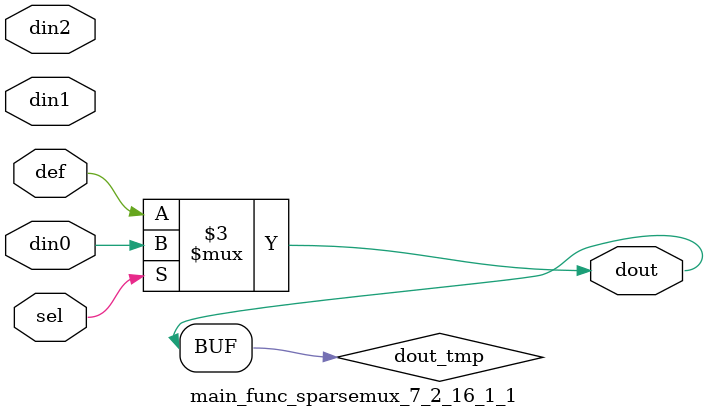
<source format=v>
`timescale 1ns / 1ps

module main_func_sparsemux_7_2_16_1_1 (din0,din1,din2,def,sel,dout);

parameter din0_WIDTH = 1;

parameter din1_WIDTH = 1;

parameter din2_WIDTH = 1;

parameter def_WIDTH = 1;
parameter sel_WIDTH = 1;
parameter dout_WIDTH = 1;

parameter [sel_WIDTH-1:0] CASE0 = 1;

parameter [sel_WIDTH-1:0] CASE1 = 1;

parameter [sel_WIDTH-1:0] CASE2 = 1;

parameter ID = 1;
parameter NUM_STAGE = 1;



input [din0_WIDTH-1:0] din0;

input [din1_WIDTH-1:0] din1;

input [din2_WIDTH-1:0] din2;

input [def_WIDTH-1:0] def;
input [sel_WIDTH-1:0] sel;

output [dout_WIDTH-1:0] dout;



reg [dout_WIDTH-1:0] dout_tmp;

always @ (*) begin
case (sel)
    
    CASE0 : dout_tmp = din0;
    
    CASE1 : dout_tmp = din1;
    
    CASE2 : dout_tmp = din2;
    
    default : dout_tmp = def;
endcase
end


assign dout = dout_tmp;



endmodule

</source>
